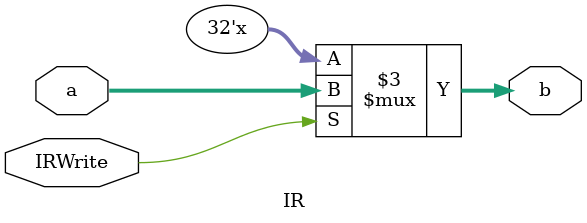
<source format=v>
`timescale 1ns / 1ps
module IR(
	input IRWrite,
	input [31:0] a,
	output reg [31:0] b
    );

always@(*)
	if (IRWrite)
		b = a;

endmodule

</source>
